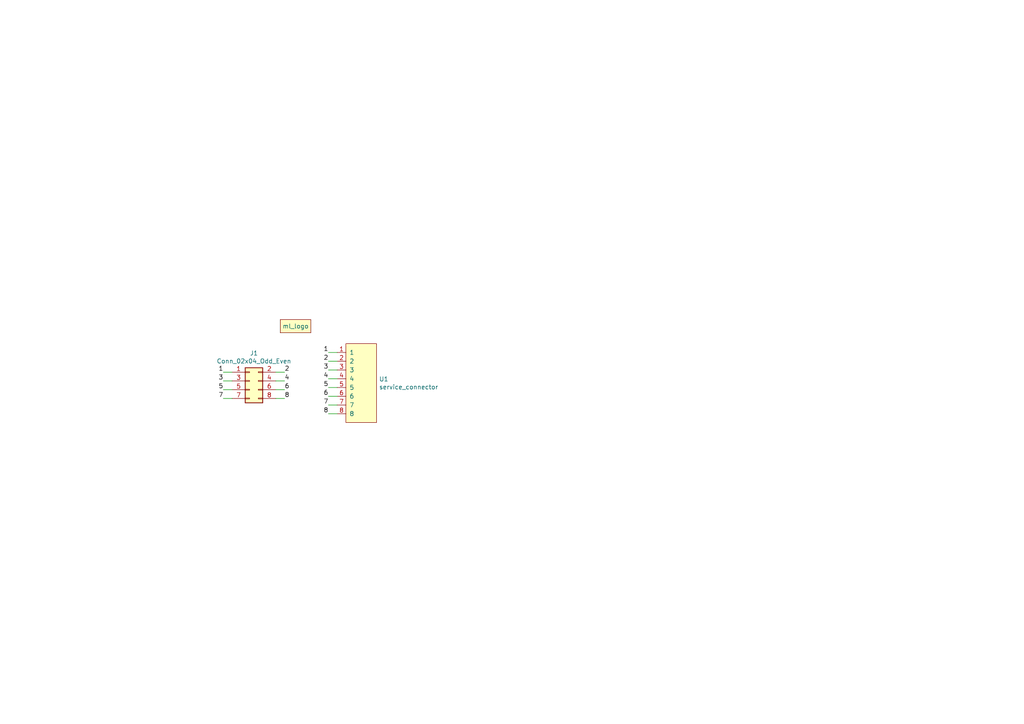
<source format=kicad_sch>
(kicad_sch (version 20230121) (generator eeschema)
  (paper "A4")
  (lib_symbols
    (symbol "Connector_Generic:Conn_02x04_Odd_Even" (pin_names (offset 1.016) hide)
      (property "Reference" "J" (at 1.27 5.08 0))
      (property "Value" "Conn_02x04_Odd_Even" (at 1.27 -7.62 0))
      (symbol "Conn_02x04_Odd_Even_1_1"
        (rectangle (start -1.27 -4.953) (end 0 -5.207) (stroke (width 0.1524)))
        (rectangle (start -1.27 -2.413) (end 0 -2.667) (stroke (width 0.1524)))
        (rectangle (start -1.27 0.127) (end 0 -0.127) (stroke (width 0.1524)))
        (rectangle (start -1.27 2.667) (end 0 2.413) (stroke (width 0.1524)))
        (rectangle (start -1.27 3.81) (end 3.81 -6.35) (stroke (width 0.254)) (fill (type background)))
        (rectangle (start 3.81 -4.953) (end 2.54 -5.207) (stroke (width 0.1524)))
        (rectangle (start 3.81 -2.413) (end 2.54 -2.667) (stroke (width 0.1524)))
        (rectangle (start 3.81 0.127) (end 2.54 -0.127) (stroke (width 0.1524)))
        (rectangle (start 3.81 2.667) (end 2.54 2.413) (stroke (width 0.1524)))
        (pin passive line (at -5.08 2.54 0) (length 3.81) (name "Pin_1") (number "1"))
        (pin passive line (at 7.62 2.54 180) (length 3.81) (name "Pin_2") (number "2"))
        (pin passive line (at -5.08 0 0) (length 3.81) (name "Pin_3") (number "3"))
        (pin passive line (at 7.62 0 180) (length 3.81) (name "Pin_4") (number "4"))
        (pin passive line (at -5.08 -2.54 0) (length 3.81) (name "Pin_5") (number "5"))
        (pin passive line (at 7.62 -2.54 180) (length 3.81) (name "Pin_6") (number "6"))
        (pin passive line (at -5.08 -5.08 0) (length 3.81) (name "Pin_7") (number "7"))
        (pin passive line (at 7.62 -5.08 180) (length 3.81) (name "Pin_8") (number "8"))
      )
    )
    (symbol "canon:ml_logo" (pin_names (offset 1.016))
      (property "Value" "ml_logo" (at 0.635 -4.445 0))
      (symbol "ml_logo_0_1"
        (rectangle (start -3.81 -2.54) (end 5.08 -6.35) (fill (type background)))
      )
    )
    (symbol "canon:service_connector" (pin_names (offset 1.016))
      (property "Reference" "U" (at 0 2.54 0))
      (property "Value" "service_connector" (at 0 0 0))
      (symbol "service_connector_0_1"
        (rectangle (start -3.81 -1.27) (end 5.08 -24.13) (fill (type background)))
      )
      (symbol "service_connector_1_1"
        (pin input line (at -6.35 -3.81 0) (length 2.54) (name "1") (number "1"))
        (pin input line (at -6.35 -6.35 0) (length 2.54) (name "2") (number "2"))
        (pin input line (at -6.35 -8.89 0) (length 2.54) (name "3") (number "3"))
        (pin input line (at -6.35 -11.43 0) (length 2.54) (name "4") (number "4"))
        (pin input line (at -6.35 -13.97 0) (length 2.54) (name "5") (number "5"))
        (pin input line (at -6.35 -16.51 0) (length 2.54) (name "6") (number "6"))
        (pin input line (at -6.35 -19.05 0) (length 2.54) (name "7") (number "7"))
        (pin input line (at -6.35 -21.59 0) (length 2.54) (name "8") (number "8"))
      )
    )
  )
  (wire (pts (xy 95.25 102.235) (xy 97.79 102.235)))
  (wire (pts (xy 80.01 113.03) (xy 82.55 113.03)))
  (wire (pts (xy 64.77 110.49) (xy 67.31 110.49)))
  (wire (pts (xy 80.01 110.49) (xy 82.55 110.49)))
  (wire (pts (xy 95.25 107.315) (xy 97.79 107.315)))
  (wire (pts (xy 64.77 115.57) (xy 67.31 115.57)))
  (wire (pts (xy 95.25 120.015) (xy 97.79 120.015)))
  (wire (pts (xy 64.77 113.03) (xy 67.31 113.03)))
  (wire (pts (xy 95.25 112.395) (xy 97.79 112.395)))
  (wire (pts (xy 95.25 114.935) (xy 97.79 114.935)))
  (wire (pts (xy 80.01 115.57) (xy 82.55 115.57)))
  (wire (pts (xy 95.25 109.855) (xy 97.79 109.855)))
  (wire (pts (xy 95.25 104.775) (xy 97.79 104.775)))
  (wire (pts (xy 95.25 117.475) (xy 97.79 117.475)))
  (wire (pts (xy 80.01 107.95) (xy 82.55 107.95)))
  (wire (pts (xy 64.77 107.95) (xy 67.31 107.95)))
  (label "5" (at 95.25 112.395 180))
  (label "2" (at 95.25 104.775 180))
  (label "6" (at 95.25 114.935 180))
  (label "7" (at 64.77 115.57 180))
  (label "4" (at 95.25 109.855 180))
  (label "6" (at 82.55 113.03 0))
  (label "8" (at 95.25 120.015 180))
  (label "3" (at 64.77 110.49 180))
  (label "1" (at 95.25 102.235 180))
  (label "8" (at 82.55 115.57 0))
  (label "1" (at 64.77 107.95 180))
  (label "5" (at 64.77 113.03 180))
  (label "7" (at 95.25 117.475 180))
  (label "2" (at 82.55 107.95 0))
  (label "3" (at 95.25 107.315 180))
  (label "4" (at 82.55 110.49 0))
  (symbol (lib_id "canon:service_connector") (at 104.14 98.425 0) (unit 1)
    (property "Reference" "U1" (at 109.9312 109.9566 0) (effects (justify left)))
    (property "Value" "service_connector" (at 109.9312 112.268 0) (effects (justify left)))
    (property "Footprint" "canon-service-cable:service_connector_pads" (effects hide))
  )
  (symbol (lib_id "Connector_Generic:Conn_02x04_Odd_Even") (at 72.39 110.49 0) (unit 1)
    (property "Reference" "J1" (at 73.66 102.4382 0))
    (property "Value" "Conn_02x04_Odd_Even" (at 73.66 104.7496 0))
    (property "Footprint" "Connector_IDC:IDC-Header_2x04_P2.54mm_Horizontal" (effects hide))
  )
  (symbol (lib_id "canon:ml_logo") (at 85.09 90.17 0) (unit 1)
    (property "Reference" "G1" (effects hide))
    (property "Value" "ml_logo" (at 81.915 94.615 0) (effects (justify left)))
    (property "Footprint" "canon-service-cable:logo" (effects hide))
  )
)
</source>
